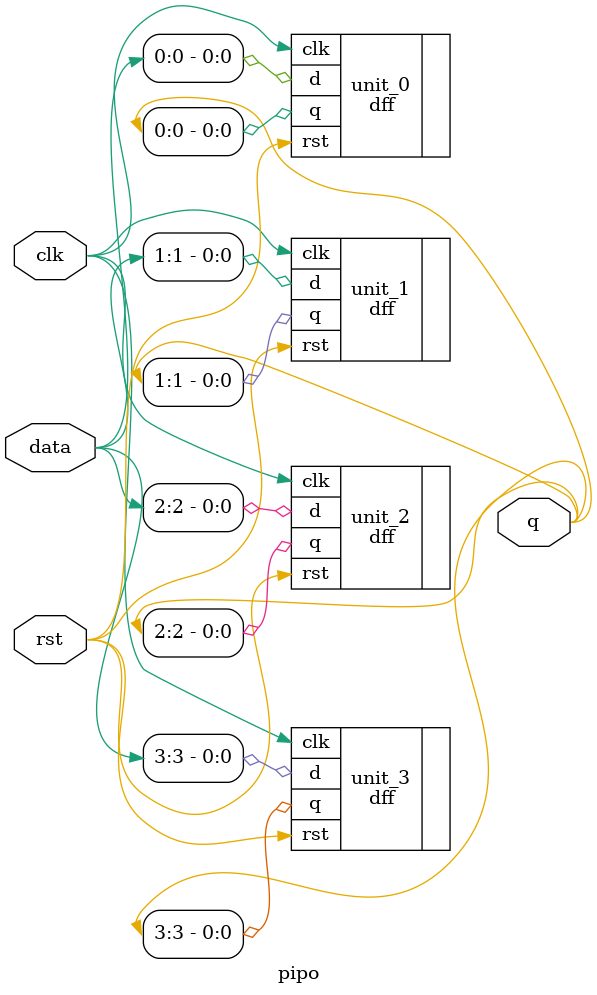
<source format=v>
module pipo(clk, rst, data, q);
    input clk;
    input rst;
    input [3:0] data;
    output [3:0] q;

    dff unit_3(
        .clk(clk),
        .rst(rst),
        .d(data[3]),
        .q(q[3])
    );

    dff unit_2(
        .clk(clk),
        .rst(rst),
        .d(data[2]),
        .q(q[2])
    );

    dff unit_1(
        .clk(clk),
        .rst(rst),
        .d(data[1]),
        .q(q[1])
    );

    dff unit_0(
        .clk(clk),
        .rst(rst),
        .d(data[0]),
        .q(q[0])
    );
endmodule
</source>
